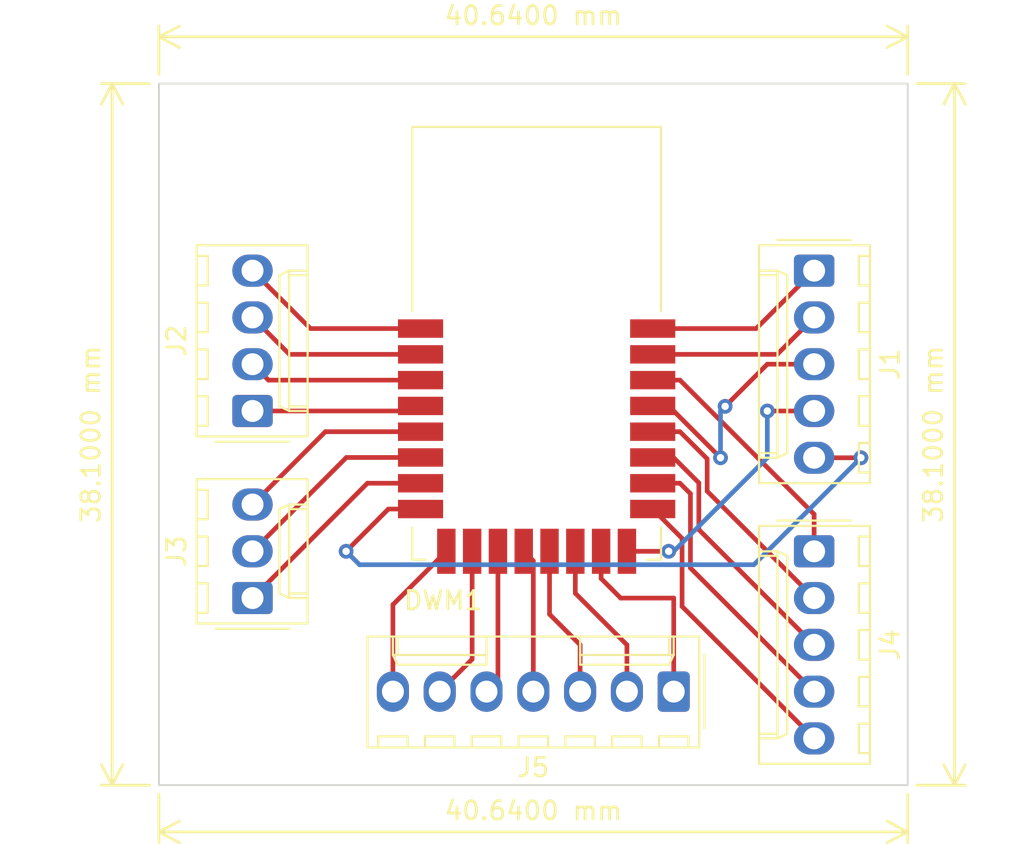
<source format=kicad_pcb>
(kicad_pcb (version 20221018) (generator pcbnew)
  (layers (0 "F.Cu" signal) (31 "B.Cu" signal) (34 "B.Paste" user) (35 "F.Paste" user) (36 "B.SilkS" user "B.Silkscreen") (37 "F.SilkS" user "F.Silkscreen") (38 "B.Mask" user) (39 "F.Mask" user) (44 "Edge.Cuts" user))
  (net 0 "")
  (net 1 "Net-(DWM1-EXTON)")
  (net 2 "Net-(DWM1-WAKEUP)")
  (net 3 "Net-(DWM1-RSTn)")
  (net 4 "Net-(DWM1-GPIO7)")
  (net 5 "Net-(DWM1-VDDAON)")
  (net 6 "Net-(J3-Pin_2)")
  (net 7 "Net-(J3-Pin_1)")
  (net 8 "Net-(J1-Pin_5)")
  (net 9 "Net-(DWM1-GPIO6{slash}EXTRXE{slash}SPIHA)")
  (net 10 "Net-(DWM1-GPIO5{slash}EXTTXE{slash}SPIPOL)")
  (net 11 "Net-(DWM1-GPIO4{slash}EXTPA)")
  (net 12 "Net-(DWM1-GPIO3{slash}TXLED)")
  (net 13 "Net-(DWM1-GPIO2{slash}RXLED)")
  (net 14 "Net-(DWM1-GPIO1{slash}SFDLED)")
  (net 15 "Net-(DWM1-GPIO0{slash}RXOKLED)")
  (net 16 "Net-(J1-Pin_4)")
  (net 17 "Net-(DWM1-SPICSn)")
  (net 18 "Net-(DWM1-SPIMOSI)")
  (net 19 "Net-(DWM1-SPIMISO)")
  (net 20 "Net-(DWM1-SPICLK)")
  (net 21 "Net-(J1-Pin_3)")
  (net 22 "Net-(DWM1-IRQ{slash}GPIO8)")
  (net 23 "Net-(J1-Pin_2)")
  (net 24 "Net-(J1-Pin_1)")
  (footprint "RF_Module:DWM1000" (layer "F.Cu") (at 167.82 85.2238)
    (fp_text reference "DWM1" (at -5.08 13.97) (layer "F.SilkS"))
    (fp_text value "DWM1000")
    (fp_line (start -6.75 -11.75) (end -6.75 -1.75) (stroke (width 0.12)) (layer "F.SilkS"))
    (fp_line (start -6.75 -11.75) (end 6.75 -11.75) (stroke (width 0.12)) (layer "F.SilkS"))
    (fp_line (start -6.75 11.75) (end -6.75 10) (stroke (width 0.12)) (layer "F.SilkS"))
    (fp_line (start -6 11.75) (end -6.75 11.75) (stroke (width 0.12)) (layer "F.SilkS"))
    (fp_line (start 6 11.75) (end 6.75 11.75) (stroke (width 0.12)) (layer "F.SilkS"))
    (fp_line (start 6.75 -11.75) (end 6.75 -1.75) (stroke (width 0.12)) (layer "F.SilkS"))
    (fp_line (start 6.75 11.75) (end 6.75 10) (stroke (width 0.12)) (layer "F.SilkS"))
    (pad "1" smd rect (at -6.3 -0.7988 90) (size 1 2.45) (layers "F.Cu" "F.Paste" "F.Mask") (net 1 "Net-(DWM1-EXTON)"))
    (pad "2" smd rect (at -6.3 0.6012 90) (size 1 2.45) (layers "F.Cu" "F.Paste" "F.Mask") (net 2 "Net-(DWM1-WAKEUP)"))
    (pad "3" smd rect (at -6.3 2.0012 90) (size 1 2.45) (layers "F.Cu" "F.Paste" "F.Mask") (net 3 "Net-(DWM1-RSTn)"))
    (pad "4" smd rect (at -6.3 3.4012 90) (size 1 2.45) (layers "F.Cu" "F.Paste" "F.Mask") (net 4 "Net-(DWM1-GPIO7)"))
    (pad "5" smd rect (at -6.3 4.8012 90) (size 1 2.45) (layers "F.Cu" "F.Paste" "F.Mask") (net 5 "Net-(DWM1-VDDAON)"))
    (pad "6" smd rect (at -6.3 6.2012 90) (size 1 2.45) (layers "F.Cu" "F.Paste" "F.Mask") (net 6 "Net-(J3-Pin_2)"))
    (pad "7" smd rect (at -6.3 7.6012 90) (size 1 2.45) (layers "F.Cu" "F.Paste" "F.Mask") (net 7 "Net-(J3-Pin_1)"))
    (pad "8" smd rect (at -6.3 9.0012 90) (size 1 2.45) (layers "F.Cu" "F.Paste" "F.Mask") (net 8 "Net-(J1-Pin_5)"))
    (pad "9" smd rect (at -4.9 11.2962) (size 1 2.45) (layers "F.Cu" "F.Paste" "F.Mask") (net 9 "Net-(DWM1-GPIO6{slash}EXTRXE{slash}SPIHA)"))
    (pad "10" smd rect (at -3.5 11.2962) (size 1 2.45) (layers "F.Cu" "F.Paste" "F.Mask") (net 10 "Net-(DWM1-GPIO5{slash}EXTTXE{slash}SPIPOL)"))
    (pad "11" smd rect (at -2.1 11.2962) (size 1 2.45) (layers "F.Cu" "F.Paste" "F.Mask") (net 11 "Net-(DWM1-GPIO4{slash}EXTPA)"))
    (pad "12" smd rect (at -0.7 11.2962) (size 1 2.45) (layers "F.Cu" "F.Paste" "F.Mask") (net 12 "Net-(DWM1-GPIO3{slash}TXLED)"))
    (pad "13" smd rect (at 0.7 11.2962) (size 1 2.45) (layers "F.Cu" "F.Paste" "F.Mask") (net 13 "Net-(DWM1-GPIO2{slash}RXLED)"))
    (pad "14" smd rect (at 2.1 11.2962) (size 1 2.45) (layers "F.Cu" "F.Paste" "F.Mask") (net 14 "Net-(DWM1-GPIO1{slash}SFDLED)"))
    (pad "15" smd rect (at 3.5 11.2962) (size 1 2.45) (layers "F.Cu" "F.Paste" "F.Mask") (net 15 "Net-(DWM1-GPIO0{slash}RXOKLED)"))
    (pad "16" smd rect (at 4.9 11.2962) (size 1 2.45) (layers "F.Cu" "F.Paste" "F.Mask") (net 16 "Net-(J1-Pin_4)"))
    (pad "17" smd rect (at 6.3 9 90) (size 1 2.45) (layers "F.Cu" "F.Paste" "F.Mask") (net 17 "Net-(DWM1-SPICSn)"))
    (pad "18" smd rect (at 6.3 7.6 90) (size 1 2.45) (layers "F.Cu" "F.Paste" "F.Mask") (net 18 "Net-(DWM1-SPIMOSI)"))
    (pad "19" smd rect (at 6.3 6.2012 90) (size 1 2.45) (layers "F.Cu" "F.Paste" "F.Mask") (net 19 "Net-(DWM1-SPIMISO)"))
    (pad "20" smd rect (at 6.3 4.8012 90) (size 1 2.45) (layers "F.Cu" "F.Paste" "F.Mask") (net 20 "Net-(DWM1-SPICLK)"))
    (pad "21" smd rect (at 6.3 3.4012 90) (size 1 2.45) (layers "F.Cu" "F.Paste" "F.Mask") (net 21 "Net-(J1-Pin_3)"))
    (pad "22" smd rect (at 6.3 2.0012 90) (size 1 2.45) (layers "F.Cu" "F.Paste" "F.Mask") (net 22 "Net-(DWM1-IRQ{slash}GPIO8)"))
    (pad "23" smd rect (at 6.3 0.6012 90) (size 1 2.45) (layers "F.Cu" "F.Paste" "F.Mask") (net 23 "Net-(J1-Pin_2)"))
    (pad "24" smd rect (at 6.3 -0.7988 90) (size 1 2.45) (layers "F.Cu" "F.Paste" "F.Mask") (net 24 "Net-(J1-Pin_1)"))
  )
  (footprint "Connector_Molex:Molex_KK-254_AE-6410-05A_1x05_P2.54mm_Vertical" (layer "F.Cu") (at 182.88 96.52 -90)
    (fp_text reference "J4" (at 5.08 -4.12 90) (layer "F.SilkS"))
    (fp_text value "Conn_01x05")
    (fp_line (start -1.67 -2) (end -1.67 2) (stroke (width 0.12)) (layer "F.SilkS"))
    (fp_line (start -1.38 -3.03) (end -1.38 2.99) (stroke (width 0.12)) (layer "F.SilkS"))
    (fp_line (start -1.38 2.99) (end 11.54 2.99) (stroke (width 0.12)) (layer "F.SilkS"))
    (fp_line (start -0.8 -3.03) (end -0.8 -2.43) (stroke (width 0.12)) (layer "F.SilkS"))
    (fp_line (start -0.8 -2.43) (end 0.8 -2.43) (stroke (width 0.12)) (layer "F.SilkS"))
    (fp_line (start 0 1.99) (end 0.25 1.46) (stroke (width 0.12)) (layer "F.SilkS"))
    (fp_line (start 0 1.99) (end 10.16 1.99) (stroke (width 0.12)) (layer "F.SilkS"))
    (fp_line (start 0 2.99) (end 0 1.99) (stroke (width 0.12)) (layer "F.SilkS"))
    (fp_line (start 0.25 1.46) (end 9.91 1.46) (stroke (width 0.12)) (layer "F.SilkS"))
    (fp_line (start 0.25 2.99) (end 0.25 1.99) (stroke (width 0.12)) (layer "F.SilkS"))
    (fp_line (start 0.8 -2.43) (end 0.8 -3.03) (stroke (width 0.12)) (layer "F.SilkS"))
    (fp_line (start 1.74 -3.03) (end 1.74 -2.43) (stroke (width 0.12)) (layer "F.SilkS"))
    (fp_line (start 1.74 -2.43) (end 3.34 -2.43) (stroke (width 0.12)) (layer "F.SilkS"))
    (fp_line (start 3.34 -2.43) (end 3.34 -3.03) (stroke (width 0.12)) (layer "F.SilkS"))
    (fp_line (start 4.28 -3.03) (end 4.28 -2.43) (stroke (width 0.12)) (layer "F.SilkS"))
    (fp_line (start 4.28 -2.43) (end 5.88 -2.43) (stroke (width 0.12)) (layer "F.SilkS"))
    (fp_line (start 5.88 -2.43) (end 5.88 -3.03) (stroke (width 0.12)) (layer "F.SilkS"))
    (fp_line (start 6.82 -3.03) (end 6.82 -2.43) (stroke (width 0.12)) (layer "F.SilkS"))
    (fp_line (start 6.82 -2.43) (end 8.42 -2.43) (stroke (width 0.12)) (layer "F.SilkS"))
    (fp_line (start 8.42 -2.43) (end 8.42 -3.03) (stroke (width 0.12)) (layer "F.SilkS"))
    (fp_line (start 9.36 -3.03) (end 9.36 -2.43) (stroke (width 0.12)) (layer "F.SilkS"))
    (fp_line (start 9.36 -2.43) (end 10.96 -2.43) (stroke (width 0.12)) (layer "F.SilkS"))
    (fp_line (start 9.91 1.46) (end 10.16 1.99) (stroke (width 0.12)) (layer "F.SilkS"))
    (fp_line (start 9.91 2.99) (end 9.91 1.99) (stroke (width 0.12)) (layer "F.SilkS"))
    (fp_line (start 10.16 1.99) (end 10.16 2.99) (stroke (width 0.12)) (layer "F.SilkS"))
    (fp_line (start 10.96 -2.43) (end 10.96 -3.03) (stroke (width 0.12)) (layer "F.SilkS"))
    (fp_line (start 11.54 -3.03) (end -1.38 -3.03) (stroke (width 0.12)) (layer "F.SilkS"))
    (fp_line (start 11.54 2.99) (end 11.54 -3.03) (stroke (width 0.12)) (layer "F.SilkS"))
    (pad "1" thru_hole roundrect (at 0 0 270) (size 1.74 2.19) (drill 1.19) (layers "*.Cu" "*.Mask") (roundrect_rratio 0.143678) (net 22 "Net-(DWM1-IRQ{slash}GPIO8)"))
    (pad "2" thru_hole oval (at 2.54 0 270) (size 1.74 2.19) (drill 1.19) (layers "*.Cu" "*.Mask") (net 20 "Net-(DWM1-SPICLK)"))
    (pad "3" thru_hole oval (at 5.08 0 270) (size 1.74 2.19) (drill 1.19) (layers "*.Cu" "*.Mask") (net 19 "Net-(DWM1-SPIMISO)"))
    (pad "4" thru_hole oval (at 7.62 0 270) (size 1.74 2.19) (drill 1.19) (layers "*.Cu" "*.Mask") (net 18 "Net-(DWM1-SPIMOSI)"))
    (pad "5" thru_hole oval (at 10.16 0 270) (size 1.74 2.19) (drill 1.19) (layers "*.Cu" "*.Mask") (net 17 "Net-(DWM1-SPICSn)"))
  )
  (footprint "Connector_Molex:Molex_KK-254_AE-6410-07A_1x07_P2.54mm_Vertical" (layer "F.Cu") (at 175.26 104.14 180)
    (fp_text reference "J5" (at 7.62 -4.12) (layer "F.SilkS"))
    (fp_text value "Conn_01x07")
    (fp_line (start -1.67 -2) (end -1.67 2) (stroke (width 0.12)) (layer "F.SilkS"))
    (fp_line (start -1.38 -3.03) (end -1.38 2.99) (stroke (width 0.12)) (layer "F.SilkS"))
    (fp_line (start -1.38 2.99) (end 16.62 2.99) (stroke (width 0.12)) (layer "F.SilkS"))
    (fp_line (start -0.8 -3.03) (end -0.8 -2.43) (stroke (width 0.12)) (layer "F.SilkS"))
    (fp_line (start -0.8 -2.43) (end 0.8 -2.43) (stroke (width 0.12)) (layer "F.SilkS"))
    (fp_line (start 0 1.99) (end 0.25 1.46) (stroke (width 0.12)) (layer "F.SilkS"))
    (fp_line (start 0 1.99) (end 5.08 1.99) (stroke (width 0.12)) (layer "F.SilkS"))
    (fp_line (start 0 2.99) (end 0 1.99) (stroke (width 0.12)) (layer "F.SilkS"))
    (fp_line (start 0.25 1.46) (end 5.08 1.46) (stroke (width 0.12)) (layer "F.SilkS"))
    (fp_line (start 0.25 2.99) (end 0.25 1.99) (stroke (width 0.12)) (layer "F.SilkS"))
    (fp_line (start 0.8 -2.43) (end 0.8 -3.03) (stroke (width 0.12)) (layer "F.SilkS"))
    (fp_line (start 1.74 -3.03) (end 1.74 -2.43) (stroke (width 0.12)) (layer "F.SilkS"))
    (fp_line (start 1.74 -2.43) (end 3.34 -2.43) (stroke (width 0.12)) (layer "F.SilkS"))
    (fp_line (start 3.34 -2.43) (end 3.34 -3.03) (stroke (width 0.12)) (layer "F.SilkS"))
    (fp_line (start 4.28 -3.03) (end 4.28 -2.43) (stroke (width 0.12)) (layer "F.SilkS"))
    (fp_line (start 4.28 -2.43) (end 5.88 -2.43) (stroke (width 0.12)) (layer "F.SilkS"))
    (fp_line (start 5.08 1.46) (end 5.08 1.99) (stroke (width 0.12)) (layer "F.SilkS"))
    (fp_line (start 5.08 1.99) (end 5.08 2.99) (stroke (width 0.12)) (layer "F.SilkS"))
    (fp_line (start 5.88 -2.43) (end 5.88 -3.03) (stroke (width 0.12)) (layer "F.SilkS"))
    (fp_line (start 6.82 -3.03) (end 6.82 -2.43) (stroke (width 0.12)) (layer "F.SilkS"))
    (fp_line (start 6.82 -2.43) (end 8.42 -2.43) (stroke (width 0.12)) (layer "F.SilkS"))
    (fp_line (start 8.42 -2.43) (end 8.42 -3.03) (stroke (width 0.12)) (layer "F.SilkS"))
    (fp_line (start 9.36 -3.03) (end 9.36 -2.43) (stroke (width 0.12)) (layer "F.SilkS"))
    (fp_line (start 9.36 -2.43) (end 10.96 -2.43) (stroke (width 0.12)) (layer "F.SilkS"))
    (fp_line (start 10.16 1.46) (end 10.16 1.99) (stroke (width 0.12)) (layer "F.SilkS"))
    (fp_line (start 10.16 1.99) (end 10.16 2.99) (stroke (width 0.12)) (layer "F.SilkS"))
    (fp_line (start 10.96 -2.43) (end 10.96 -3.03) (stroke (width 0.12)) (layer "F.SilkS"))
    (fp_line (start 11.9 -3.03) (end 11.9 -2.43) (stroke (width 0.12)) (layer "F.SilkS"))
    (fp_line (start 11.9 -2.43) (end 13.5 -2.43) (stroke (width 0.12)) (layer "F.SilkS"))
    (fp_line (start 13.5 -2.43) (end 13.5 -3.03) (stroke (width 0.12)) (layer "F.SilkS"))
    (fp_line (start 14.44 -3.03) (end 14.44 -2.43) (stroke (width 0.12)) (layer "F.SilkS"))
    (fp_line (start 14.44 -2.43) (end 16.04 -2.43) (stroke (width 0.12)) (layer "F.SilkS"))
    (fp_line (start 14.99 1.46) (end 10.16 1.46) (stroke (width 0.12)) (layer "F.SilkS"))
    (fp_line (start 14.99 2.99) (end 14.99 1.99) (stroke (width 0.12)) (layer "F.SilkS"))
    (fp_line (start 15.24 1.99) (end 10.16 1.99) (stroke (width 0.12)) (layer "F.SilkS"))
    (fp_line (start 15.24 1.99) (end 14.99 1.46) (stroke (width 0.12)) (layer "F.SilkS"))
    (fp_line (start 15.24 2.99) (end 15.24 1.99) (stroke (width 0.12)) (layer "F.SilkS"))
    (fp_line (start 16.04 -2.43) (end 16.04 -3.03) (stroke (width 0.12)) (layer "F.SilkS"))
    (fp_line (start 16.62 -3.03) (end -1.38 -3.03) (stroke (width 0.12)) (layer "F.SilkS"))
    (fp_line (start 16.62 2.99) (end 16.62 -3.03) (stroke (width 0.12)) (layer "F.SilkS"))
    (pad "1" thru_hole roundrect (at 0 0 180) (size 1.74 2.19) (drill 1.19) (layers "*.Cu" "*.Mask") (roundrect_rratio 0.143678) (net 15 "Net-(DWM1-GPIO0{slash}RXOKLED)"))
    (pad "2" thru_hole oval (at 2.54 0 180) (size 1.74 2.19) (drill 1.19) (layers "*.Cu" "*.Mask") (net 14 "Net-(DWM1-GPIO1{slash}SFDLED)"))
    (pad "3" thru_hole oval (at 5.08 0 180) (size 1.74 2.19) (drill 1.19) (layers "*.Cu" "*.Mask") (net 13 "Net-(DWM1-GPIO2{slash}RXLED)"))
    (pad "4" thru_hole oval (at 7.62 0 180) (size 1.74 2.19) (drill 1.19) (layers "*.Cu" "*.Mask") (net 12 "Net-(DWM1-GPIO3{slash}TXLED)"))
    (pad "5" thru_hole oval (at 10.16 0 180) (size 1.74 2.19) (drill 1.19) (layers "*.Cu" "*.Mask") (net 11 "Net-(DWM1-GPIO4{slash}EXTPA)"))
    (pad "6" thru_hole oval (at 12.7 0 180) (size 1.74 2.19) (drill 1.19) (layers "*.Cu" "*.Mask") (net 10 "Net-(DWM1-GPIO5{slash}EXTTXE{slash}SPIPOL)"))
    (pad "7" thru_hole oval (at 15.24 0 180) (size 1.74 2.19) (drill 1.19) (layers "*.Cu" "*.Mask") (net 9 "Net-(DWM1-GPIO6{slash}EXTRXE{slash}SPIHA)"))
  )
  (footprint "Connector_Molex:Molex_KK-254_AE-6410-05A_1x05_P2.54mm_Vertical" (layer "F.Cu") (at 182.88 81.28 -90)
    (fp_text reference "J1" (at 5.08 -4.12 90) (layer "F.SilkS"))
    (fp_text value "Conn_01x05")
    (fp_line (start -1.67 -2) (end -1.67 2) (stroke (width 0.12)) (layer "F.SilkS"))
    (fp_line (start -1.38 -3.03) (end -1.38 2.99) (stroke (width 0.12)) (layer "F.SilkS"))
    (fp_line (start -1.38 2.99) (end 11.54 2.99) (stroke (width 0.12)) (layer "F.SilkS"))
    (fp_line (start -0.8 -3.03) (end -0.8 -2.43) (stroke (width 0.12)) (layer "F.SilkS"))
    (fp_line (start -0.8 -2.43) (end 0.8 -2.43) (stroke (width 0.12)) (layer "F.SilkS"))
    (fp_line (start 0 1.99) (end 0.25 1.46) (stroke (width 0.12)) (layer "F.SilkS"))
    (fp_line (start 0 1.99) (end 10.16 1.99) (stroke (width 0.12)) (layer "F.SilkS"))
    (fp_line (start 0 2.99) (end 0 1.99) (stroke (width 0.12)) (layer "F.SilkS"))
    (fp_line (start 0.25 1.46) (end 9.91 1.46) (stroke (width 0.12)) (layer "F.SilkS"))
    (fp_line (start 0.25 2.99) (end 0.25 1.99) (stroke (width 0.12)) (layer "F.SilkS"))
    (fp_line (start 0.8 -2.43) (end 0.8 -3.03) (stroke (width 0.12)) (layer "F.SilkS"))
    (fp_line (start 1.74 -3.03) (end 1.74 -2.43) (stroke (width 0.12)) (layer "F.SilkS"))
    (fp_line (start 1.74 -2.43) (end 3.34 -2.43) (stroke (width 0.12)) (layer "F.SilkS"))
    (fp_line (start 3.34 -2.43) (end 3.34 -3.03) (stroke (width 0.12)) (layer "F.SilkS"))
    (fp_line (start 4.28 -3.03) (end 4.28 -2.43) (stroke (width 0.12)) (layer "F.SilkS"))
    (fp_line (start 4.28 -2.43) (end 5.88 -2.43) (stroke (width 0.12)) (layer "F.SilkS"))
    (fp_line (start 5.88 -2.43) (end 5.88 -3.03) (stroke (width 0.12)) (layer "F.SilkS"))
    (fp_line (start 6.82 -3.03) (end 6.82 -2.43) (stroke (width 0.12)) (layer "F.SilkS"))
    (fp_line (start 6.82 -2.43) (end 8.42 -2.43) (stroke (width 0.12)) (layer "F.SilkS"))
    (fp_line (start 8.42 -2.43) (end 8.42 -3.03) (stroke (width 0.12)) (layer "F.SilkS"))
    (fp_line (start 9.36 -3.03) (end 9.36 -2.43) (stroke (width 0.12)) (layer "F.SilkS"))
    (fp_line (start 9.36 -2.43) (end 10.96 -2.43) (stroke (width 0.12)) (layer "F.SilkS"))
    (fp_line (start 9.91 1.46) (end 10.16 1.99) (stroke (width 0.12)) (layer "F.SilkS"))
    (fp_line (start 9.91 2.99) (end 9.91 1.99) (stroke (width 0.12)) (layer "F.SilkS"))
    (fp_line (start 10.16 1.99) (end 10.16 2.99) (stroke (width 0.12)) (layer "F.SilkS"))
    (fp_line (start 10.96 -2.43) (end 10.96 -3.03) (stroke (width 0.12)) (layer "F.SilkS"))
    (fp_line (start 11.54 -3.03) (end -1.38 -3.03) (stroke (width 0.12)) (layer "F.SilkS"))
    (fp_line (start 11.54 2.99) (end 11.54 -3.03) (stroke (width 0.12)) (layer "F.SilkS"))
    (pad "1" thru_hole roundrect (at 0 0 270) (size 1.74 2.19) (drill 1.19) (layers "*.Cu" "*.Mask") (roundrect_rratio 0.143678) (net 24 "Net-(J1-Pin_1)"))
    (pad "2" thru_hole oval (at 2.54 0 270) (size 1.74 2.19) (drill 1.19) (layers "*.Cu" "*.Mask") (net 23 "Net-(J1-Pin_2)"))
    (pad "3" thru_hole oval (at 5.08 0 270) (size 1.74 2.19) (drill 1.19) (layers "*.Cu" "*.Mask") (net 21 "Net-(J1-Pin_3)"))
    (pad "4" thru_hole oval (at 7.62 0 270) (size 1.74 2.19) (drill 1.19) (layers "*.Cu" "*.Mask") (net 16 "Net-(J1-Pin_4)"))
    (pad "5" thru_hole oval (at 10.16 0 270) (size 1.74 2.19) (drill 1.19) (layers "*.Cu" "*.Mask") (net 8 "Net-(J1-Pin_5)"))
  )
  (footprint "Connector_Molex:Molex_KK-254_AE-6410-04A_1x04_P2.54mm_Vertical" (layer "F.Cu") (at 152.4 88.9 90)
    (fp_text reference "J2" (at 3.81 -4.12 90) (layer "F.SilkS"))
    (fp_text value "Conn_01x04")
    (fp_line (start -1.67 -2) (end -1.67 2) (stroke (width 0.12)) (layer "F.SilkS"))
    (fp_line (start -1.38 -3.03) (end -1.38 2.99) (stroke (width 0.12)) (layer "F.SilkS"))
    (fp_line (start -1.38 2.99) (end 9 2.99) (stroke (width 0.12)) (layer "F.SilkS"))
    (fp_line (start -0.8 -3.03) (end -0.8 -2.43) (stroke (width 0.12)) (layer "F.SilkS"))
    (fp_line (start -0.8 -2.43) (end 0.8 -2.43) (stroke (width 0.12)) (layer "F.SilkS"))
    (fp_line (start 0 1.99) (end 0.25 1.46) (stroke (width 0.12)) (layer "F.SilkS"))
    (fp_line (start 0 1.99) (end 7.62 1.99) (stroke (width 0.12)) (layer "F.SilkS"))
    (fp_line (start 0 2.99) (end 0 1.99) (stroke (width 0.12)) (layer "F.SilkS"))
    (fp_line (start 0.25 1.46) (end 7.37 1.46) (stroke (width 0.12)) (layer "F.SilkS"))
    (fp_line (start 0.25 2.99) (end 0.25 1.99) (stroke (width 0.12)) (layer "F.SilkS"))
    (fp_line (start 0.8 -2.43) (end 0.8 -3.03) (stroke (width 0.12)) (layer "F.SilkS"))
    (fp_line (start 1.74 -3.03) (end 1.74 -2.43) (stroke (width 0.12)) (layer "F.SilkS"))
    (fp_line (start 1.74 -2.43) (end 3.34 -2.43) (stroke (width 0.12)) (layer "F.SilkS"))
    (fp_line (start 3.34 -2.43) (end 3.34 -3.03) (stroke (width 0.12)) (layer "F.SilkS"))
    (fp_line (start 4.28 -3.03) (end 4.28 -2.43) (stroke (width 0.12)) (layer "F.SilkS"))
    (fp_line (start 4.28 -2.43) (end 5.88 -2.43) (stroke (width 0.12)) (layer "F.SilkS"))
    (fp_line (start 5.88 -2.43) (end 5.88 -3.03) (stroke (width 0.12)) (layer "F.SilkS"))
    (fp_line (start 6.82 -3.03) (end 6.82 -2.43) (stroke (width 0.12)) (layer "F.SilkS"))
    (fp_line (start 6.82 -2.43) (end 8.42 -2.43) (stroke (width 0.12)) (layer "F.SilkS"))
    (fp_line (start 7.37 1.46) (end 7.62 1.99) (stroke (width 0.12)) (layer "F.SilkS"))
    (fp_line (start 7.37 2.99) (end 7.37 1.99) (stroke (width 0.12)) (layer "F.SilkS"))
    (fp_line (start 7.62 1.99) (end 7.62 2.99) (stroke (width 0.12)) (layer "F.SilkS"))
    (fp_line (start 8.42 -2.43) (end 8.42 -3.03) (stroke (width 0.12)) (layer "F.SilkS"))
    (fp_line (start 9 -3.03) (end -1.38 -3.03) (stroke (width 0.12)) (layer "F.SilkS"))
    (fp_line (start 9 2.99) (end 9 -3.03) (stroke (width 0.12)) (layer "F.SilkS"))
    (pad "1" thru_hole roundrect (at 0 0 90) (size 1.74 2.19) (drill 1.19) (layers "*.Cu" "*.Mask") (roundrect_rratio 0.143678) (net 4 "Net-(DWM1-GPIO7)"))
    (pad "2" thru_hole oval (at 2.54 0 90) (size 1.74 2.19) (drill 1.19) (layers "*.Cu" "*.Mask") (net 3 "Net-(DWM1-RSTn)"))
    (pad "3" thru_hole oval (at 5.08 0 90) (size 1.74 2.19) (drill 1.19) (layers "*.Cu" "*.Mask") (net 2 "Net-(DWM1-WAKEUP)"))
    (pad "4" thru_hole oval (at 7.62 0 90) (size 1.74 2.19) (drill 1.19) (layers "*.Cu" "*.Mask") (net 1 "Net-(DWM1-EXTON)"))
  )
  (footprint "Connector_Molex:Molex_KK-254_AE-6410-03A_1x03_P2.54mm_Vertical" (layer "F.Cu") (at 152.4 99.06 90)
    (fp_text reference "J3" (at 2.54 -4.12 90) (layer "F.SilkS"))
    (fp_text value "Conn_01x03")
    (fp_line (start -1.67 -2) (end -1.67 2) (stroke (width 0.12)) (layer "F.SilkS"))
    (fp_line (start -1.38 -3.03) (end -1.38 2.99) (stroke (width 0.12)) (layer "F.SilkS"))
    (fp_line (start -1.38 2.99) (end 6.46 2.99) (stroke (width 0.12)) (layer "F.SilkS"))
    (fp_line (start -0.8 -3.03) (end -0.8 -2.43) (stroke (width 0.12)) (layer "F.SilkS"))
    (fp_line (start -0.8 -2.43) (end 0.8 -2.43) (stroke (width 0.12)) (layer "F.SilkS"))
    (fp_line (start 0 1.99) (end 0.25 1.46) (stroke (width 0.12)) (layer "F.SilkS"))
    (fp_line (start 0 1.99) (end 5.08 1.99) (stroke (width 0.12)) (layer "F.SilkS"))
    (fp_line (start 0 2.99) (end 0 1.99) (stroke (width 0.12)) (layer "F.SilkS"))
    (fp_line (start 0.25 1.46) (end 4.83 1.46) (stroke (width 0.12)) (layer "F.SilkS"))
    (fp_line (start 0.25 2.99) (end 0.25 1.99) (stroke (width 0.12)) (layer "F.SilkS"))
    (fp_line (start 0.8 -2.43) (end 0.8 -3.03) (stroke (width 0.12)) (layer "F.SilkS"))
    (fp_line (start 1.74 -3.03) (end 1.74 -2.43) (stroke (width 0.12)) (layer "F.SilkS"))
    (fp_line (start 1.74 -2.43) (end 3.34 -2.43) (stroke (width 0.12)) (layer "F.SilkS"))
    (fp_line (start 3.34 -2.43) (end 3.34 -3.03) (stroke (width 0.12)) (layer "F.SilkS"))
    (fp_line (start 4.28 -3.03) (end 4.28 -2.43) (stroke (width 0.12)) (layer "F.SilkS"))
    (fp_line (start 4.28 -2.43) (end 5.88 -2.43) (stroke (width 0.12)) (layer "F.SilkS"))
    (fp_line (start 4.83 1.46) (end 5.08 1.99) (stroke (width 0.12)) (layer "F.SilkS"))
    (fp_line (start 4.83 2.99) (end 4.83 1.99) (stroke (width 0.12)) (layer "F.SilkS"))
    (fp_line (start 5.08 1.99) (end 5.08 2.99) (stroke (width 0.12)) (layer "F.SilkS"))
    (fp_line (start 5.88 -2.43) (end 5.88 -3.03) (stroke (width 0.12)) (layer "F.SilkS"))
    (fp_line (start 6.46 -3.03) (end -1.38 -3.03) (stroke (width 0.12)) (layer "F.SilkS"))
    (fp_line (start 6.46 2.99) (end 6.46 -3.03) (stroke (width 0.12)) (layer "F.SilkS"))
    (pad "1" thru_hole roundrect (at 0 0 90) (size 1.74 2.19) (drill 1.19) (layers "*.Cu" "*.Mask") (roundrect_rratio 0.143678) (net 7 "Net-(J3-Pin_1)"))
    (pad "2" thru_hole oval (at 2.54 0 90) (size 1.74 2.19) (drill 1.19) (layers "*.Cu" "*.Mask") (net 6 "Net-(J3-Pin_2)"))
    (pad "3" thru_hole oval (at 5.08 0 90) (size 1.74 2.19) (drill 1.19) (layers "*.Cu" "*.Mask") (net 5 "Net-(DWM1-VDDAON)"))
  )
  (gr_rect (start 147.32 71.12) (end 187.96 109.22) (stroke (width 0.1)) (fill none) (layer "Edge.Cuts"))
  (dimension (type aligned) (layer "F.SilkS") (pts (xy 147.32 109.22) (xy 147.32 71.12)) (height -2.54) (gr_text "38.1000 mm" (at 143.63 90.17 90) (layer "F.SilkS") (effects (font (size 1 1) (thickness 0.15)))) (format (prefix "") (suffix "") (units 3) (units_format 1) (precision 4)) (style (thickness 0.15) (arrow_length 1.27) (text_position_mode 0) (extension_height 0.58642) (extension_offset 0.5) keep_text_aligned))
  (dimension (type aligned) (layer "F.SilkS") (pts (xy 187.96 109.22) (xy 147.32 109.22)) (height -2.54) (gr_text "40.6400 mm" (at 167.64 110.61) (layer "F.SilkS") (effects (font (size 1 1) (thickness 0.15)))) (format (prefix "") (suffix "") (units 3) (units_format 1) (precision 4)) (style (thickness 0.15) (arrow_length 1.27) (text_position_mode 0) (extension_height 0.58642) (extension_offset 0.5) keep_text_aligned))
  (dimension (type aligned) (layer "F.SilkS") (pts (xy 147.32 71.12) (xy 187.96 71.12)) (height -2.54) (gr_text "40.6400 mm" (at 167.64 67.43) (layer "F.SilkS") (effects (font (size 1 1) (thickness 0.15)))) (format (prefix "") (suffix "") (units 3) (units_format 1) (precision 4)) (style (thickness 0.15) (arrow_length 1.27) (text_position_mode 0) (extension_height 0.58642) (extension_offset 0.5) keep_text_aligned))
  (dimension (type aligned) (layer "F.SilkS") (pts (xy 187.96 71.12) (xy 187.96 109.22)) (height -2.54) (gr_text "38.1000 mm" (at 189.35 90.17 90) (layer "F.SilkS") (effects (font (size 1 1) (thickness 0.15)))) (format (prefix "") (suffix "") (units 3) (units_format 1) (precision 4)) (style (thickness 0.15) (arrow_length 1.27) (text_position_mode 0) (extension_height 0.58642) (extension_offset 0.5) keep_text_aligned))
  (segment (start 152.4 81.28) (end 155.545 84.425) (width 0.254) (layer "F.Cu") (net 1))
  (segment (start 155.545 84.425) (end 161.52 84.425) (width 0.254) (layer "F.Cu") (net 1))
  (segment (start 152.4 83.82) (end 154.405 85.825) (width 0.254) (layer "F.Cu") (net 2))
  (segment (start 154.405 85.825) (end 161.52 85.825) (width 0.254) (layer "F.Cu") (net 2))
  (segment (start 153.265 87.225) (end 161.52 87.225) (width 0.254) (layer "F.Cu") (net 3))
  (segment (start 152.4 86.36) (end 153.265 87.225) (width 0.254) (layer "F.Cu") (net 3))
  (segment (start 161.245 88.9) (end 161.52 88.625) (width 0.254) (layer "F.Cu") (net 4))
  (segment (start 152.4 88.9) (end 161.245 88.9) (width 0.254) (layer "F.Cu") (net 4))
  (segment (start 156.355 90.025) (end 161.52 90.025) (width 0.254) (layer "F.Cu") (net 5))
  (segment (start 152.4 93.98) (end 156.355 90.025) (width 0.254) (layer "F.Cu") (net 5))
  (segment (start 157.495 91.425) (end 161.52 91.425) (width 0.254) (layer "F.Cu") (net 6))
  (segment (start 152.4 96.52) (end 157.495 91.425) (width 0.254) (layer "F.Cu") (net 6))
  (segment (start 161.52 92.825) (end 158.635 92.825) (width 0.254) (layer "F.Cu") (net 7))
  (segment (start 158.635 92.825) (end 152.4 99.06) (width 0.254) (layer "F.Cu") (net 7))
  (segment (start 159.775 94.225) (end 161.52 94.225) (width 0.254) (layer "F.Cu") (net 8))
  (segment (start 157.48 96.52) (end 159.775 94.225) (width 0.254) (layer "F.Cu") (net 8))
  (segment (start 182.88 91.44) (end 185.42 91.44) (width 0.254) (layer "F.Cu") (net 8))
  (via (at 157.48 96.52) (size 0.8) (drill 0.4) (layers "F.Cu" "B.Cu") (net 8))
  (via (at 185.42 91.44) (size 0.8) (drill 0.4) (layers "F.Cu" "B.Cu") (net 8))
  (segment (start 158.207 97.247) (end 157.48 96.52) (width 0.254) (layer "B.Cu") (net 8))
  (segment (start 185.42 91.44) (end 179.613 97.247) (width 0.254) (layer "B.Cu") (net 8))
  (segment (start 179.613 97.247) (end 158.207 97.247) (width 0.254) (layer "B.Cu") (net 8))
  (segment (start 160.02 104.14) (end 160.02 99.42) (width 0.254) (layer "F.Cu") (net 9))
  (segment (start 160.02 99.42) (end 162.92 96.52) (width 0.254) (layer "F.Cu") (net 9))
  (segment (start 164.32 102.38) (end 164.32 96.52) (width 0.254) (layer "F.Cu") (net 10))
  (segment (start 162.56 104.14) (end 164.32 102.38) (width 0.254) (layer "F.Cu") (net 10))
  (segment (start 165.72 103.52) (end 165.72 96.52) (width 0.254) (layer "F.Cu") (net 11))
  (segment (start 165.1 104.14) (end 165.72 103.52) (width 0.254) (layer "F.Cu") (net 11))
  (segment (start 167.64 97.04) (end 167.12 96.52) (width 0.254) (layer "F.Cu") (net 12))
  (segment (start 167.64 104.14) (end 167.64 97.04) (width 0.254) (layer "F.Cu") (net 12))
  (segment (start 168.52 99.94) (end 168.52 96.52) (width 0.254) (layer "F.Cu") (net 13))
  (segment (start 170.18 104.14) (end 170.18 101.6) (width 0.254) (layer "F.Cu") (net 13))
  (segment (start 170.18 101.6) (end 168.52 99.94) (width 0.254) (layer "F.Cu") (net 13))
  (segment (start 172.72 101.6) (end 169.92 98.8) (width 0.254) (layer "F.Cu") (net 14))
  (segment (start 172.72 104.14) (end 172.72 101.6) (width 0.254) (layer "F.Cu") (net 14))
  (segment (start 169.92 98.8) (end 169.92 96.52) (width 0.254) (layer "F.Cu") (net 14))
  (segment (start 172.381 99.06) (end 171.32 97.999) (width 0.254) (layer "F.Cu") (net 15))
  (segment (start 175.26 104.14) (end 175.26 99.06) (width 0.254) (layer "F.Cu") (net 15))
  (segment (start 171.32 97.999) (end 171.32 96.52) (width 0.254) (layer "F.Cu") (net 15))
  (segment (start 175.26 99.06) (end 172.381 99.06) (width 0.254) (layer "F.Cu") (net 15))
  (segment (start 174.987 96.52) (end 172.72 96.52) (width 0.254) (layer "F.Cu") (net 16))
  (segment (start 182.88 88.9) (end 180.34 88.9) (width 0.254) (layer "F.Cu") (net 16))
  (via (at 174.987 96.52) (size 0.8) (drill 0.4) (layers "F.Cu" "B.Cu") (net 16))
  (via (at 180.34 88.9) (size 0.8) (drill 0.4) (layers "F.Cu" "B.Cu") (net 16))
  (segment (start 180.34 88.9) (end 180.34 91.44) (width 0.254) (layer "B.Cu") (net 16))
  (segment (start 180.34 91.44) (end 175.26 96.52) (width 0.254) (layer "B.Cu") (net 16))
  (segment (start 175.26 96.52) (end 174.987 96.52) (width 0.254) (layer "B.Cu") (net 16))
  (segment (start 175.714 95.8178) (end 174.12 94.2238) (width 0.254) (layer "F.Cu") (net 17))
  (segment (start 182.88 106.68) (end 175.714 99.514) (width 0.254) (layer "F.Cu") (net 17))
  (segment (start 175.714 99.514) (end 175.714 95.8178) (width 0.254) (layer "F.Cu") (net 17))
  (segment (start 182.88 104.14) (end 176.168 97.428) (width 0.254) (layer "F.Cu") (net 18))
  (segment (start 176.168 97.428) (end 176.168 93.3928) (width 0.254) (layer "F.Cu") (net 18))
  (segment (start 176.168 93.3928) (end 175.599 92.8238) (width 0.254) (layer "F.Cu") (net 18))
  (segment (start 175.599 92.8238) (end 174.12 92.8238) (width 0.254) (layer "F.Cu") (net 18))
  (segment (start 176.622 92.802) (end 175.245 91.425) (width 0.254) (layer "F.Cu") (net 19))
  (segment (start 176.622 95.342) (end 176.622 92.802) (width 0.254) (layer "F.Cu") (net 19))
  (segment (start 175.245 91.425) (end 174.12 91.425) (width 0.254) (layer "F.Cu") (net 19))
  (segment (start 182.88 101.6) (end 176.622 95.342) (width 0.254) (layer "F.Cu") (net 19))
  (segment (start 177.076 91.502) (end 175.599 90.025) (width 0.254) (layer "F.Cu") (net 20))
  (segment (start 182.88 99.06) (end 177.076 93.256) (width 0.254) (layer "F.Cu") (net 20))
  (segment (start 177.076 93.256) (end 177.076 91.502) (width 0.254) (layer "F.Cu") (net 20))
  (segment (start 175.599 90.025) (end 174.12 90.025) (width 0.254) (layer "F.Cu") (net 20))
  (segment (start 174.985 88.625) (end 174.12 88.625) (width 0.254) (layer "F.Cu") (net 21))
  (segment (start 180.34 86.36) (end 178.051067 88.648933) (width 0.254) (layer "F.Cu") (net 21))
  (segment (start 182.88 86.36) (end 180.34 86.36) (width 0.254) (layer "F.Cu") (net 21))
  (segment (start 177.8 91.44) (end 174.985 88.625) (width 0.254) (layer "F.Cu") (net 21))
  (via (at 178.051067 88.648933) (size 0.8) (drill 0.4) (layers "F.Cu" "B.Cu") (net 21))
  (via (at 177.8 91.44) (size 0.8) (drill 0.4) (layers "F.Cu" "B.Cu") (net 21))
  (segment (start 178.051067 88.648933) (end 177.8 88.9) (width 0.254) (layer "B.Cu") (net 21))
  (segment (start 177.8 88.9) (end 177.8 91.44) (width 0.254) (layer "B.Cu") (net 21))
  (segment (start 182.88 96.52) (end 182.88 94.506) (width 0.254) (layer "F.Cu") (net 22))
  (segment (start 182.88 94.506) (end 175.599 87.225) (width 0.254) (layer "F.Cu") (net 22))
  (segment (start 175.599 87.225) (end 174.12 87.225) (width 0.254) (layer "F.Cu") (net 22))
  (segment (start 180.875 85.825) (end 174.12 85.825) (width 0.254) (layer "F.Cu") (net 23))
  (segment (start 182.88 83.82) (end 180.875 85.825) (width 0.254) (layer "F.Cu") (net 23))
  (segment (start 179.735 84.425) (end 174.12 84.425) (width 0.254) (layer "F.Cu") (net 24))
  (segment (start 182.88 81.28) (end 179.735 84.425) (width 0.254) (layer "F.Cu") (net 24))
)
</source>
